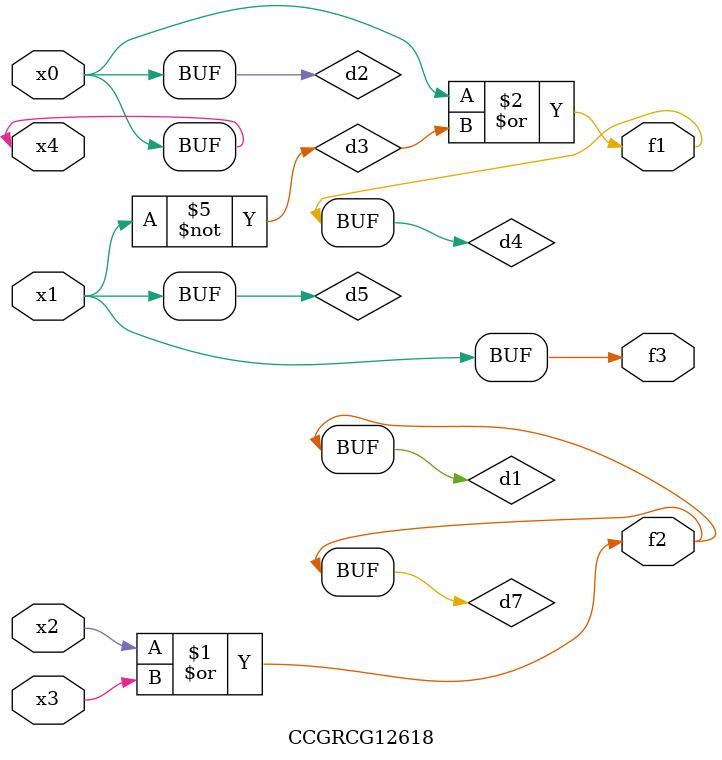
<source format=v>
module CCGRCG12618(
	input x0, x1, x2, x3, x4,
	output f1, f2, f3
);

	wire d1, d2, d3, d4, d5, d6, d7;

	or (d1, x2, x3);
	buf (d2, x0, x4);
	not (d3, x1);
	or (d4, d2, d3);
	not (d5, d3);
	nand (d6, d1, d3);
	or (d7, d1);
	assign f1 = d4;
	assign f2 = d7;
	assign f3 = d5;
endmodule

</source>
